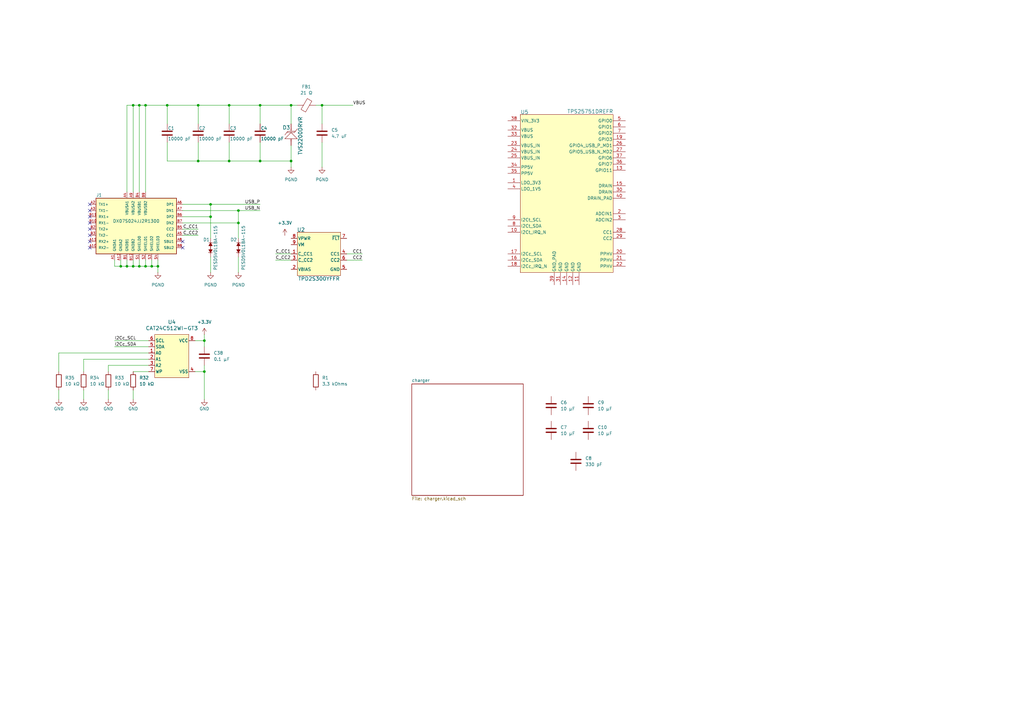
<source format=kicad_sch>
(kicad_sch (version 20250114) (generator "eeschema") (generator_version "9.0")
  (paper "A3")
  (title_block (title "Van Cooldown") (date "2025-06-27") (rev "0.0.1") (company "Fabien Meyer"))
  (lib_symbols
    (symbol "Device:C" (pin_numbers (hide yes)) (pin_names (offset 0.254))
      (property "Reference" "C" (at 0.635 2.54 0))
      (property "Value" "C" (at 0.635 -2.54 0))
      (symbol "C_0_1"
        (polyline (pts (xy -2.032 0.762) (xy 2.032 0.762)) (stroke (width 0.508)))
        (polyline (pts (xy -2.032 -0.762) (xy 2.032 -0.762)) (stroke (width 0.508)))
      )
      (symbol "C_1_1"
        (pin passive line (at 0 3.81 270) (length 2.794) (name "~") (number "1"))
        (pin passive line (at 0 -3.81 90) (length 2.794) (name "~") (number "2"))
      )
    )
    (symbol "Device:FerriteBead" (pin_numbers (hide yes)) (pin_names (offset 0))
      (property "Reference" "FB" (at -3.81 0.635 90))
      (property "Value" "FerriteBead" (at 3.81 0 90))
      (symbol "FerriteBead_0_1"
        (polyline (pts (xy -2.7686 0.4064) (xy -1.7018 2.2606) (xy 2.7686 -0.3048) (xy 1.6764 -2.159) (xy -2.7686 0.4064)))
        (polyline (pts (xy 0 1.27) (xy 0 1.2954)))
        (polyline (pts (xy 0 -1.27) (xy 0 -1.2192)))
      )
      (symbol "FerriteBead_1_1"
        (pin passive line (at 0 3.81 270) (length 2.54) (name "~") (number "1"))
        (pin passive line (at 0 -3.81 90) (length 2.54) (name "~") (number "2"))
      )
    )
    (symbol "Device:R" (pin_numbers (hide yes)) (pin_names (offset 0))
      (property "Reference" "R" (at 2.032 0 90))
      (property "Value" "R" (at 0 0 90))
      (symbol "R_0_1"
        (rectangle (start -1.016 -2.54) (end 1.016 2.54) (stroke (width 0.254)))
      )
      (symbol "R_1_1"
        (pin passive line (at 0 3.81 270) (length 1.27) (name "~") (number "1"))
        (pin passive line (at 0 -3.81 90) (length 1.27) (name "~") (number "2"))
      )
    )
    (symbol "PESD5V0L1BA-115_1" (pin_numbers (hide yes)) (pin_names (offset 1.016) (hide yes))
      (property "Reference" "D" (at -1.778 1.524 0))
      (property "Value" "PESD5V0L1BA-115" (at -9.144 -2.54 0))
      (symbol "PESD5V0L1BA-115_1_0_0"
        (polyline (pts (xy -2.54 0) (xy 2.54 0)) (stroke (width 0.1524)))
        (polyline (pts (xy -2.032 0) (xy -0.762 0.762) (xy -0.762 -0.762) (xy -2.032 0)) (stroke (width 0.1524)) (fill (type outline)))
        (polyline (pts (xy 0.762 0) (xy -1.27 0)) (stroke (width 0.1524)))
        (polyline (pts (xy 2.032 0) (xy 0.762 -0.762) (xy 0.762 0.762) (xy 2.032 0)) (stroke (width 0.1524)) (fill (type outline)))
        (pin passive line (at -3.81 0 0) (length 1.27) (name "~") (number "1"))
        (pin passive line (at 3.81 0 180) (length 1.27) (name "~") (number "2"))
      )
      (symbol "PESD5V0L1BA-115_1_0_1"
        (polyline (pts (xy -1.778 0.762) (xy -2.032 0.762) (xy -2.032 -0.635) (xy -2.032 -0.762)))
        (polyline (pts (xy 1.778 -0.762) (xy 2.032 -0.762) (xy 2.032 0.635) (xy 2.032 0.762)))
      )
    )
    (symbol "power:+3.3V" (power) (pin_numbers (hide yes)) (pin_names (offset 0) (hide yes))
      (property "Value" "+3.3V" (at 0 3.556 0))
      (symbol "+3.3V_0_1"
        (polyline (pts (xy -0.762 1.27) (xy 0 2.54)))
        (polyline (pts (xy 0 2.54) (xy 0.762 1.27)))
        (polyline (pts (xy 0 0) (xy 0 2.54)))
      )
      (symbol "+3.3V_1_1"
        (pin power_in line (at 0 0 90) (length 0) (name "~") (number "1"))
      )
    )
    (symbol "power:GND1" (power) (pin_numbers (hide yes)) (pin_names (offset 0) (hide yes))
      (property "Value" "GND1" (at 0 -3.81 0))
      (symbol "GND1_0_1"
        (polyline (pts (xy 0 0) (xy 0 -1.27) (xy 1.27 -1.27) (xy 0 -2.54) (xy -1.27 -1.27) (xy 0 -1.27)))
      )
      (symbol "GND1_1_1"
        (pin power_in line (at 0 0 270) (length 0) (name "~") (number "1"))
      )
    )
    (symbol "van-cooldown:CAT24C512WI-GT3" (pin_names (offset 0.254))
      (property "Reference" "U" (at 3.302 3.556 0))
      (property "Value" "CAT24C512WI-GT3" (at 9.398 -16.51 0))
      (symbol "CAT24C512WI-GT3_0_1"
        (pin input line (at 0 0 0) (length 2.54) (name "SCL") (number "6"))
        (pin input line (at 0 -5.08 0) (length 2.54) (name "A0") (number "1"))
        (pin input line (at 0 -7.62 0) (length 2.54) (name "A1") (number "2"))
        (pin input line (at 0 -10.16 0) (length 2.54) (name "A2") (number "3"))
        (pin input line (at 0 -12.7 0) (length 2.54) (name "WP") (number "7"))
        (pin power_in line (at 19.05 0 180) (length 2.54) (name "VCC") (number "8"))
        (pin power_in line (at 19.05 -12.7 180) (length 2.54) (name "VSS") (number "4"))
      )
      (symbol "CAT24C512WI-GT3_1_1"
        (rectangle (start 2.54 2.54) (end 16.51 -15.24) (fill (type color) (color 255 255 194 1)))
        (pin bidirectional line (at 0 -2.54 0) (length 2.54) (name "SDA") (number "5"))
      )
    )
    (symbol "van-cooldown:DX07S024JJ2R1300" (pin_names (offset 1.016))
      (property "Reference" "J1" (at -15.24 19.05 0))
      (property "Value" "DX07S024JJ2R1300" (at 0 8.382 0))
      (symbol "DX07S024JJ2R1300_0_0"
        (rectangle (start -16.51 17.78) (end 16.51 -5.08) (stroke (width 0.254)) (fill (type background)))
        (pin bidirectional line (at -19.05 15.24 0) (length 2.54) (name "TX1+") (number "A2"))
        (pin bidirectional line (at -19.05 12.7 0) (length 2.54) (name "TX1-") (number "A3"))
        (pin bidirectional line (at -19.05 10.16 0) (length 2.54) (name "RX1+") (number "B11"))
        (pin bidirectional line (at -19.05 7.62 0) (length 2.54) (name "RX1-") (number "B10"))
        (pin bidirectional line (at -19.05 5.08 0) (length 2.54) (name "TX2+") (number "B2"))
        (pin bidirectional line (at -19.05 2.54 0) (length 2.54) (name "TX2-") (number "B3"))
        (pin bidirectional line (at -19.05 0 0) (length 2.54) (name "RX2+") (number "A11"))
        (pin bidirectional line (at -19.05 -2.54 0) (length 2.54) (name "RX2-") (number "A10"))
        (pin power_in line (at -8.89 -7.62 90) (length 2.54) (name "GNDA1") (number "A1"))
        (pin power_in line (at -6.35 -7.62 90) (length 2.54) (name "GNDA2") (number "A12"))
        (pin power_in line (at -3.81 20.32 270) (length 2.54) (name "VBUSA1") (number "A4"))
        (pin power_in line (at -3.81 -7.62 90) (length 2.54) (name "GNDB1") (number "B1"))
        (pin power_in line (at -1.27 20.32 270) (length 2.54) (name "VBUSA2") (number "A9"))
        (pin power_in line (at -1.27 -7.62 90) (length 2.54) (name "GNDB2") (number "B12"))
        (pin power_in line (at 1.27 20.32 270) (length 2.54) (name "VBUSB1") (number "B4"))
        (pin power_in line (at 3.81 20.32 270) (length 2.54) (name "VBUSB2") (number "B9"))
        (pin bidirectional line (at 19.05 5.08 180) (length 2.54) (name "CC2") (number "B5"))
        (pin bidirectional line (at 19.05 2.54 180) (length 2.54) (name "CC1") (number "A5"))
        (pin bidirectional line (at 19.05 0 180) (length 2.54) (name "SBU1") (number "A8"))
        (pin bidirectional line (at 19.05 -2.54 180) (length 2.54) (name "SBU2") (number "B8"))
      )
      (symbol "DX07S024JJ2R1300_1_0"
        (pin passive line (at 1.27 -7.62 90) (length 2.54) (name "SHIELD0") (number "S1"))
        (pin passive line (at 3.81 -7.62 90) (length 2.54) (name "SHIELD1") (number "S2"))
        (pin passive line (at 6.35 -7.62 90) (length 2.54) (name "SHIELD2") (number "S3"))
        (pin passive line (at 8.89 -7.62 90) (length 2.54) (name "SHIELD3") (number "S4"))
        (pin bidirectional line (at 19.05 15.24 180) (length 2.54) (name "DP1") (number "A6"))
        (pin bidirectional line (at 19.05 12.7 180) (length 2.54) (name "DN1") (number "A7"))
        (pin bidirectional line (at 19.05 10.16 180) (length 2.54) (name "DP2") (number "B6"))
        (pin bidirectional line (at 19.05 7.62 180) (length 2.54) (name "DN2") (number "B7"))
      )
    )
    (symbol "van-cooldown:PESD5V0L1BA-115" (pin_numbers (hide yes)) (pin_names (offset 1.016) (hide yes))
      (property "Reference" "D" (at -1.778 1.524 0))
      (property "Value" "PESD5V0L1BA-115" (at -9.144 -2.54 0))
      (symbol "PESD5V0L1BA-115_0_0"
        (polyline (pts (xy -2.54 0) (xy 2.54 0)) (stroke (width 0.1524)))
        (polyline (pts (xy -2.032 0) (xy -0.762 0.762) (xy -0.762 -0.762) (xy -2.032 0)) (stroke (width 0.1524)) (fill (type outline)))
        (polyline (pts (xy 0.762 0) (xy -1.27 0)) (stroke (width 0.1524)))
        (polyline (pts (xy 2.032 0) (xy 0.762 -0.762) (xy 0.762 0.762) (xy 2.032 0)) (stroke (width 0.1524)) (fill (type outline)))
        (pin passive line (at -3.81 0 0) (length 1.27) (name "~") (number "1"))
        (pin passive line (at 3.81 0 180) (length 1.27) (name "~") (number "2"))
      )
      (symbol "PESD5V0L1BA-115_0_1"
        (polyline (pts (xy -1.778 0.762) (xy -2.032 0.762) (xy -2.032 -0.635) (xy -2.032 -0.762)))
        (polyline (pts (xy 1.778 -0.762) (xy 2.032 -0.762) (xy 2.032 0.635) (xy 2.032 0.762)))
      )
    )
    (symbol "van-cooldown:TPD2S300YFFR" (pin_names (offset 0.254))
      (property "Reference" "U" (at -8.128 11.43 0))
      (property "Value" "TPD2S300YFFR" (at -0.254 -9.144 0))
      (symbol "TPD2S300YFFR_0_1"
        (pin power_in line (at -11.43 7.62 0) (length 2.54) (name "VPWR") (number "8"))
        (pin input line (at -11.43 5.08 0) (length 2.54) (name "VM") (number "9"))
        (pin power_in line (at -11.43 -5.08 0) (length 2.54) (name "VBIAS") (number "2"))
        (pin power_in line (at 11.43 -5.08 180) (length 2.54) (name "GND") (number "5"))
      )
      (symbol "TPD2S300YFFR_1_1"
        (rectangle (start -8.89 10.16) (end 8.89 -7.62) (fill (type color) (color 255 255 194 1)))
        (pin bidirectional line (at -11.43 1.27 0) (length 2.54) (name "C_CC1") (number "1"))
        (pin bidirectional line (at -11.43 -1.27 0) (length 2.54) (name "C_CC2") (number "3"))
        (pin open_collector line (at 11.43 7.62 180) (length 2.54) (name "~{FLT}") (number "7"))
        (pin bidirectional line (at 11.43 1.27 180) (length 2.54) (name "CC1") (number "4"))
        (pin bidirectional line (at 11.43 -1.27 180) (length 2.54) (name "CC2") (number "6"))
      )
    )
    (symbol "van-cooldown:TPS25751DREFR" (pin_names (offset 0.254))
      (property "Reference" "U" (at 5.842 3.556 0))
      (property "Value" "TPS25751DREFR" (at 33.782 3.81 0))
      (symbol "TPS25751DREFR_0_1"
        (pin unspecified line (at 0 -25.4 0) (length 5.08) (name "LDO_3V3") (number "1"))
        (pin unspecified line (at 0 -27.94 0) (length 5.08) (name "LDO_1V5") (number "4"))
        (pin input line (at 0 -40.64 0) (length 5.08) (name "I2Ct_SCL") (number "9"))
        (pin bidirectional line (at 0 -43.18 0) (length 5.08) (name "I2Ct_SDA") (number "8"))
        (pin output line (at 0 -45.72 0) (length 5.08) (name "I2Ct_IRQ_N") (number "10"))
        (pin power_in line (at 24.13 -67.31 90) (length 5.08) (name "GND") (number "14"))
        (pin power_in line (at 26.67 -67.31 90) (length 5.08) (name "GND") (number "12"))
        (pin power_in line (at 29.21 -67.31 90) (length 5.08) (name "GND") (number "11"))
        (pin bidirectional line (at 48.26 0 180) (length 5.08) (name "GPIO0") (number "5"))
        (pin bidirectional line (at 48.26 -2.54 180) (length 5.08) (name "GPIO1") (number "6"))
        (pin bidirectional line (at 48.26 -5.08 180) (length 5.08) (name "GPIO2") (number "7"))
        (pin unspecified line (at 48.26 -38.1 180) (length 5.08) (name "ADCIN1") (number "2"))
        (pin unspecified line (at 48.26 -40.64 180) (length 5.08) (name "ADCIN2") (number "3"))
      )
      (symbol "TPS25751DREFR_1_1"
        (rectangle (start 5.08 2.54) (end 43.18 -62.23) (fill (type color) (color 255 255 194 1)))
        (pin power_in line (at 0 0 0) (length 5.08) (name "VIN_3V3") (number "38"))
        (pin power_in line (at 0 -3.81 0) (length 5.08) (name "VBUS") (number "32"))
        (pin power_in line (at 0 -6.35 0) (length 5.08) (name "VBUS") (number "33"))
        (pin power_in line (at 0 -10.16 0) (length 5.08) (name "VBUS_IN") (number "23"))
        (pin power_in line (at 0 -12.7 0) (length 5.08) (name "VBUS_IN") (number "24"))
        (pin power_in line (at 0 -15.24 0) (length 5.08) (name "VBUS_IN") (number "25"))
        (pin power_in line (at 0 -19.05 0) (length 5.08) (name "PP5V") (number "34"))
        (pin power_in line (at 0 -21.59 0) (length 5.08) (name "PP5V") (number "35"))
        (pin input line (at 0 -54.61 0) (length 5.08) (name "I2Cc_SCL") (number "17"))
        (pin bidirectional line (at 0 -57.15 0) (length 5.08) (name "I2Cc_SDA") (number "16"))
        (pin output line (at 0 -59.69 0) (length 5.08) (name "I2Cc_IRQ_N") (number "18"))
        (pin power_in line (at 19.05 -67.31 90) (length 5.08) (name "GND_PAD") (number "39"))
        (pin power_in line (at 21.59 -67.31 90) (length 5.08) (name "GND") (number "31"))
        (pin bidirectional line (at 48.26 -7.62 180) (length 5.08) (name "GPIO3") (number "19"))
        (pin bidirectional line (at 48.26 -10.16 180) (length 5.08) (name "GPIO4_USB_P_MD1") (number "26"))
        (pin bidirectional line (at 48.26 -12.7 180) (length 5.08) (name "GPIO5_USB_N_MD2") (number "27"))
        (pin bidirectional line (at 48.26 -15.24 180) (length 5.08) (name "GPIO6") (number "37"))
        (pin bidirectional line (at 48.26 -17.78 180) (length 5.08) (name "GPIO7") (number "36"))
        (pin bidirectional line (at 48.26 -20.32 180) (length 5.08) (name "GPIO11") (number "13"))
        (pin bidirectional line (at 48.26 -26.67 180) (length 5.08) (name "DRAIN") (number "15"))
        (pin bidirectional line (at 48.26 -29.21 180) (length 5.08) (name "DRAIN") (number "30"))
        (pin bidirectional line (at 48.26 -31.75 180) (length 5.08) (name "DRAIN_PAD") (number "40"))
        (pin unspecified line (at 48.26 -45.72 180) (length 5.08) (name "CC1") (number "28"))
        (pin unspecified line (at 48.26 -48.26 180) (length 5.08) (name "CC2") (number "29"))
        (pin power_in line (at 48.26 -54.61 180) (length 5.08) (name "PPHV") (number "20"))
        (pin power_in line (at 48.26 -57.15 180) (length 5.08) (name "PPHV") (number "21"))
        (pin power_in line (at 48.26 -59.69 180) (length 5.08) (name "PPHV") (number "22"))
      )
    )
    (symbol "van-cooldown:TVS2200DRVR" (pin_numbers (hide yes)) (pin_names (offset 0.254) (hide yes))
      (property "Reference" "D" (at -4.572 3.81 0))
      (property "Value" "TVS2200DRVR" (at 0 -3.81 0))
      (symbol "TVS2200DRVR_0_1"
        (polyline (pts (xy -2.032 1.778) (xy -2.032 0)) (stroke (width 0.1524)))
        (polyline (pts (xy -2.032 0) (xy -3.048 0)) (stroke (width 0.1524)))
        (polyline (pts (xy -2.032 0) (xy -2.032 -1.397)) (stroke (width 0.1524)))
        (polyline (pts (xy -2.032 -1.397) (xy -0.508 -2.54)) (stroke (width 0.1524)))
        (polyline (pts (xy -1.524 1.397) (xy -3.048 2.54)) (stroke (width 0.1524)))
        (polyline (pts (xy -1.524 0) (xy -1.524 1.397)) (stroke (width 0.1524)))
        (polyline (pts (xy -1.524 0) (xy 1.016 -2.54)) (stroke (width 0.1524)))
        (polyline (pts (xy -1.524 -1.778) (xy -1.524 0)) (stroke (width 0.1524)))
        (polyline (pts (xy 1.016 2.54) (xy -1.524 0)) (stroke (width 0.1524)))
        (polyline (pts (xy 1.016 -2.54) (xy 1.016 2.54)) (stroke (width 0.1524)))
        (polyline (pts (xy 2.032 0) (xy 1.016 0)) (stroke (width 0.1524)))
      )
      (symbol "TVS2200DRVR_1_1"
        (pin unspecified line (at -5.08 0 0) (length 2.54) (name "IN") (number "4"))
        (pin unspecified line (at -5.08 0 0) (length 2.54) (hide yes) (name "IN") (number "5"))
        (pin unspecified line (at -5.08 0 0) (length 2.54) (hide yes) (name "IN") (number "6"))
        (pin unspecified line (at 3.81 0 180) (length 2.54) (name "GND") (number "1"))
        (pin unspecified line (at 3.81 0 180) (length 2.54) (hide yes) (name "GND") (number "2"))
        (pin unspecified line (at 3.81 0 180) (length 2.54) (hide yes) (name "GND") (number "3"))
        (pin unspecified line (at 3.81 0 180) (length 2.54) (hide yes) (name "PAD") (number "7"))
      )
    )
  )
  (junction (at 132.08 43.18))
  (junction (at 81.28 43.18))
  (junction (at 57.15 109.22))
  (junction (at 97.79 91.44))
  (junction (at 59.69 43.18))
  (junction (at 81.28 66.04))
  (junction (at 119.38 43.18))
  (junction (at 83.82 139.7))
  (junction (at 62.23 109.22))
  (junction (at 57.15 43.18))
  (junction (at 54.61 43.18))
  (junction (at 52.07 109.22))
  (junction (at 49.53 109.22))
  (junction (at 54.61 109.22))
  (junction (at 68.58 43.18))
  (junction (at 86.36 88.9))
  (junction (at 119.38 66.04))
  (junction (at 93.98 66.04))
  (junction (at 106.68 66.04))
  (junction (at 93.98 43.18))
  (junction (at 106.68 43.18))
  (junction (at 97.79 86.36))
  (junction (at 59.69 109.22))
  (junction (at 86.36 83.82))
  (junction (at 83.82 152.4))
  (junction (at 64.77 109.22))
  (no_connect (at 36.83 88.9))
  (no_connect (at 36.83 86.36))
  (no_connect (at 36.83 93.98))
  (no_connect (at 74.93 99.06))
  (no_connect (at 36.83 101.6))
  (no_connect (at 36.83 91.44))
  (no_connect (at 74.93 101.6))
  (no_connect (at 36.83 99.06))
  (no_connect (at 36.83 83.82))
  (no_connect (at 36.83 96.52))
  (wire (pts (xy 86.36 83.82) (xy 86.36 88.9)))
  (wire (pts (xy 46.99 106.68) (xy 46.99 109.22)))
  (wire (pts (xy 119.38 59.69) (xy 119.38 66.04)))
  (wire (pts (xy 68.58 43.18) (xy 81.28 43.18)))
  (wire (pts (xy 54.61 78.74) (xy 54.61 43.18)))
  (wire (pts (xy 46.99 109.22) (xy 49.53 109.22)))
  (wire (pts (xy 106.68 66.04) (xy 119.38 66.04)))
  (wire (pts (xy 106.68 43.18) (xy 93.98 43.18)))
  (wire (pts (xy 34.29 152.4) (xy 34.29 147.32)))
  (wire (pts (xy 81.28 93.98) (xy 74.93 93.98)))
  (wire (pts (xy 59.69 78.74) (xy 59.69 43.18)))
  (wire (pts (xy 52.07 78.74) (xy 52.07 43.18)))
  (wire (pts (xy 86.36 83.82) (xy 106.68 83.82)))
  (wire (pts (xy 97.79 91.44) (xy 97.79 97.79)))
  (wire (pts (xy 59.69 106.68) (xy 59.69 109.22)))
  (wire (pts (xy 74.93 86.36) (xy 97.79 86.36)))
  (wire (pts (xy 81.28 58.42) (xy 81.28 66.04)))
  (wire (pts (xy 119.38 43.18) (xy 106.68 43.18)))
  (wire (pts (xy 59.69 109.22) (xy 62.23 109.22)))
  (wire (pts (xy 106.68 43.18) (xy 106.68 50.8)))
  (wire (pts (xy 132.08 50.8) (xy 132.08 43.18)))
  (wire (pts (xy 83.82 163.83) (xy 83.82 152.4)))
  (wire (pts (xy 86.36 105.41) (xy 86.36 111.76)))
  (wire (pts (xy 132.08 43.18) (xy 144.78 43.18)))
  (wire (pts (xy 34.29 160.02) (xy 34.29 163.83)))
  (wire (pts (xy 119.38 68.58) (xy 119.38 66.04)))
  (wire (pts (xy 83.82 137.16) (xy 83.82 139.7)))
  (wire (pts (xy 24.13 144.78) (xy 24.13 152.4)))
  (wire (pts (xy 54.61 106.68) (xy 54.61 109.22)))
  (wire (pts (xy 97.79 105.41) (xy 97.79 111.76)))
  (wire (pts (xy 148.59 104.14) (xy 142.24 104.14)))
  (wire (pts (xy 62.23 106.68) (xy 62.23 109.22)))
  (wire (pts (xy 68.58 43.18) (xy 68.58 50.8)))
  (wire (pts (xy 81.28 96.52) (xy 74.93 96.52)))
  (wire (pts (xy 57.15 109.22) (xy 59.69 109.22)))
  (wire (pts (xy 68.58 66.04) (xy 68.58 58.42)))
  (wire (pts (xy 57.15 78.74) (xy 57.15 43.18)))
  (wire (pts (xy 24.13 160.02) (xy 24.13 163.83)))
  (wire (pts (xy 148.59 106.68) (xy 142.24 106.68)))
  (wire (pts (xy 59.69 43.18) (xy 68.58 43.18)))
  (wire (pts (xy 93.98 58.42) (xy 93.98 66.04)))
  (wire (pts (xy 46.99 142.24) (xy 60.96 142.24)))
  (wire (pts (xy 83.82 139.7) (xy 80.01 139.7)))
  (wire (pts (xy 60.96 149.86) (xy 44.45 149.86)))
  (wire (pts (xy 52.07 43.18) (xy 54.61 43.18)))
  (wire (pts (xy 80.01 152.4) (xy 83.82 152.4)))
  (wire (pts (xy 74.93 83.82) (xy 86.36 83.82)))
  (wire (pts (xy 44.45 149.86) (xy 44.45 152.4)))
  (wire (pts (xy 74.93 88.9) (xy 86.36 88.9)))
  (wire (pts (xy 62.23 109.22) (xy 64.77 109.22)))
  (wire (pts (xy 81.28 43.18) (xy 93.98 43.18)))
  (wire (pts (xy 93.98 66.04) (xy 106.68 66.04)))
  (wire (pts (xy 34.29 147.32) (xy 60.96 147.32)))
  (wire (pts (xy 97.79 86.36) (xy 97.79 91.44)))
  (wire (pts (xy 106.68 58.42) (xy 106.68 66.04)))
  (wire (pts (xy 93.98 43.18) (xy 93.98 50.8)))
  (wire (pts (xy 74.93 91.44) (xy 97.79 91.44)))
  (wire (pts (xy 57.15 43.18) (xy 59.69 43.18)))
  (wire (pts (xy 54.61 160.02) (xy 54.61 163.83)))
  (wire (pts (xy 54.61 109.22) (xy 57.15 109.22)))
  (wire (pts (xy 46.99 139.7) (xy 60.96 139.7)))
  (wire (pts (xy 49.53 106.68) (xy 49.53 109.22)))
  (wire (pts (xy 119.38 43.18) (xy 121.92 43.18)))
  (wire (pts (xy 83.82 142.24) (xy 83.82 139.7)))
  (wire (pts (xy 49.53 109.22) (xy 52.07 109.22)))
  (wire (pts (xy 97.79 86.36) (xy 106.68 86.36)))
  (wire (pts (xy 83.82 152.4) (xy 83.82 149.86)))
  (wire (pts (xy 119.38 50.8) (xy 119.38 43.18)))
  (wire (pts (xy 54.61 152.4) (xy 60.96 152.4)))
  (wire (pts (xy 60.96 144.78) (xy 24.13 144.78)))
  (wire (pts (xy 86.36 88.9) (xy 86.36 97.79)))
  (wire (pts (xy 113.03 106.68) (xy 119.38 106.68)))
  (wire (pts (xy 52.07 109.22) (xy 54.61 109.22)))
  (wire (pts (xy 57.15 106.68) (xy 57.15 109.22)))
  (wire (pts (xy 54.61 43.18) (xy 57.15 43.18)))
  (wire (pts (xy 81.28 66.04) (xy 68.58 66.04)))
  (wire (pts (xy 44.45 160.02) (xy 44.45 163.83)))
  (wire (pts (xy 81.28 66.04) (xy 93.98 66.04)))
  (wire (pts (xy 64.77 106.68) (xy 64.77 109.22)))
  (wire (pts (xy 52.07 106.68) (xy 52.07 109.22)))
  (wire (pts (xy 132.08 43.18) (xy 129.54 43.18)))
  (wire (pts (xy 132.08 68.58) (xy 132.08 58.42)))
  (wire (pts (xy 64.77 109.22) (xy 64.77 111.76)))
  (wire (pts (xy 113.03 104.14) (xy 119.38 104.14)))
  (wire (pts (xy 81.28 43.18) (xy 81.28 50.8)))
  (label "USB_N" (at 106.68 86.36 180))
  (label "C_CC2" (at 113.03 106.68 0))
  (label "I2Cc_SDA" (at 46.99 142.24 0))
  (label "I2Cc_SCL" (at 46.99 139.7 0))
  (label "CC2" (at 148.59 106.68 180))
  (label "USB_P" (at 106.68 83.82 180))
  (label "C_CC1" (at 113.03 104.14 0))
  (label "C_CC2" (at 81.28 96.52 180))
  (label "C_CC1" (at 81.28 93.98 180))
  (label "VBUS" (at 144.78 43.18 0))
  (label "CC1" (at 148.59 104.14 180))
  (symbol (lib_id "power:GND1") (at 44.45 163.83 0) (unit 1)
    (property "Reference" "#PWR08" (effects (hide yes)))
    (property "Value" "GND" (at 44.45 167.64 0))
    (property "Description" "Power symbol creates a global label with name \"GND1\" , ground" (effects (hide yes)))
  )
  (symbol (lib_id "power:GND1") (at 97.79 111.76 0) (unit 1)
    (property "Reference" "#PWR03" (effects (hide yes)))
    (property "Value" "PGND" (at 97.79 116.84 0))
    (property "Description" "Power symbol creates a global label with name \"GND1\" , ground" (effects (hide yes)))
  )
  (symbol (lib_id "Device:R") (at 54.61 156.21 0) (unit 1)
    (property "Reference" "R32" (at 57.15 154.9399 0) (effects (justify left)))
    (property "Value" "10 kΩ" (at 57.15 157.4799 0) (effects (justify left)))
    (property "Footprint" "Resistor_SMD:R_0402_1005Metric" (effects (hide yes)))
    (property "Datasheet" "https://www.vishay.com/docs/20035/dcrcwe3.pdf" (effects (hide yes)))
    (property "Description" "10 kOhms ±1% 0.1W, 1/10W Chip Resistor 0402 (1005 Metric) Automotive AEC-Q200 Thick Film" (effects (hide yes)))
    (property "DigiKey Part Number" "541-10.0KLCT-ND" (effects (hide yes)))
    (property "DigiKey url" "https://www.digikey.ch/en/products/detail/vishay-dale/CRCW040210K0FKED/1178121" (effects (hide yes)))
    (property "Manufacturer" "Vishay-Dale" (effects (hide yes)))
    (property "Manufacturer Product Number" "CRCW040210K0FKED" (effects (hide yes)))
  )
  (symbol (lib_id "Device:C") (at 236.22 189.23 0) (unit 1)
    (property "Reference" "C8" (at 240.03 187.9599 0) (effects (justify left)))
    (property "Value" "330 pF" (at 240.03 190.4999 0) (effects (justify left)))
    (property "Footprint" "Capacitor_SMD:C_0603_1608Metric" (effects (hide yes)))
    (property "Datasheet" "https://product.tdk.com/system/files/dam/doc/product/capacitor/ceramic/mlcc/catalog/mlcc_automotive_general_en.pdf" (effects (hide yes)))
    (property "Description" "330 pF ±10% 50V Ceramic Capacitor X7R 0201 (0603 Metric)" (effects (hide yes)))
    (property "DigiKey Part Number" "445-12111-1-ND" (effects (hide yes)))
    (property "DigiKey url" "https://www.digikey.ch/en/products/detail/tdk-corporation/CGA1A2X7R1H331K030BA/3949347?s=N4IgTCBcDaIMIHECCBGJYAaB2ASigEgMyEoDSADIeQEJIgC6AvkA" (effects (hide yes)))
    (property "Manufacturer" "TDK Corporation" (effects (hide yes)))
    (property "Manufacturer Product Number" "CGA1A2X7R1H331K030BA" (effects (hide yes)))
  )
  (symbol (lib_id "power:+3.3V") (at 83.82 137.16 0) (unit 1)
    (property "Reference" "#PWR011" (effects (hide yes)))
    (property "Value" "+3.3V" (at 83.82 132.08 0))
    (property "Description" "Power symbol creates a global label with name \"+3.3V\"" (effects (hide yes)))
  )
  (symbol (lib_id "van-cooldown:TPD2S300YFFR") (at 130.81 105.41 0) (unit 1)
    (property "Reference" "U2" (at 123.444 94.234 0) (effects (font (size 1.524 1.524))))
    (property "Value" "TPD2S300YFFR" (at 130.81 114.3 0) (effects (font (size 1.524 1.524))))
    (property "Footprint" "van-cooldown:IC_TPD2S300YFFR" (effects (hide yes)))
    (property "Datasheet" "https://www.ti.com/general/docs/suppproductinfo.tsp?distId=10&gotoUrl=https%3A%2F%2Fwww.ti.com%2Flit%2Fgpn%2Ftpd2s300" (effects (hide yes)))
    (property "Description" "IC OVERVOLTAGE PROT CTRL 9DSBGA" (effects (hide yes)))
    (property "DigiKey Part Number" "296-50034-1-ND" (effects (hide yes)))
    (property "DigiKey url" "https://www.digikey.ch/en/products/detail/texas-instruments/TPD2S300YFFR/7244180" (effects (hide yes)))
    (property "Manufacturer" "Texas Instruments" (effects (hide yes)))
    (property "Manufacturer Product Number" "TPD2S300YFFR" (effects (hide yes)))
  )
  (symbol (lib_id "power:GND1") (at 34.29 163.83 0) (unit 1)
    (property "Reference" "#PWR06" (effects (hide yes)))
    (property "Value" "GND" (at 34.29 167.64 0))
    (property "Description" "Power symbol creates a global label with name \"GND1\" , ground" (effects (hide yes)))
  )
  (symbol (lib_id "power:GND1") (at 64.77 111.76 0) (unit 1)
    (property "Reference" "#PWR01" (effects (hide yes)))
    (property "Value" "PGND" (at 64.77 116.84 0))
    (property "Description" "Power symbol creates a global label with name \"GND1\" , ground" (effects (hide yes)))
  )
  (symbol (lib_id "Device:FerriteBead") (at 125.73 43.18 90) (unit 1)
    (property "Reference" "FB1" (at 125.6792 35.56 90))
    (property "Value" "21 Ω" (at 125.6792 38.1 90))
    (property "Footprint" "Inductor_SMD:L_0805_2012Metric" (effects (hide yes)))
    (property "Datasheet" "https://mm.digikey.com/Volume0/opasdata/d220001/medias/docus/3657/FBMJ2125HM210NT_SS.pdf" (effects (hide yes)))
    (property "Description" "21 Ohms @ 100 MHz 1 Power Line Ferrite Bead 0805 (2012 Metric) 6A 4mOhm" (effects (hide yes)))
    (property "DigiKey Part Number" "587-1765-1-ND" (effects (hide yes)))
    (property "DigiKey url" "https://www.digikey.ch/en/products/detail/taiyo-yuden/FBMJ2125HM210NT/957831" (effects (hide yes)))
    (property "Manufacturer" "Taiyo Yuden" (effects (hide yes)))
    (property "Manufacturer Product Number" "FBMJ2125HM210NT" (effects (hide yes)))
  )
  (symbol (lib_id "Device:C") (at 93.98 54.61 0) (unit 1)
    (property "Reference" "C3" (at 94.234 52.578 0) (effects (justify left)))
    (property "Value" "10000 pF" (at 94.234 56.896 0) (effects (justify left)))
    (property "Footprint" "Capacitor_SMD:C_0402_1005Metric" (effects (hide yes)))
    (property "Datasheet" "https://search.kemet.com/download/datasheet/C0402C103J5RAC7867" (effects (hide yes)))
    (property "Description" "10000 pF ±5% 50V Ceramic Capacitor X7R 0402 (1005 Metric)" (effects (hide yes)))
    (property "DigiKey Part Number" "399-C0402C103J5RACTUCT-ND" (effects (hide yes)))
    (property "DigiKey url" "https://www.digikey.ch/en/products/detail/kemet/C0402C103J5RACTU/2196213?s=N4IgTCBcDaIMIAYAsCxwIwIMwCkCsASgIJwAqAqiALoC%2BQA" (effects (hide yes)))
    (property "Manufacturer" "KEMET" (effects (hide yes)))
    (property "Manufacturer Product Number" "C0402C103J5RACTU" (effects (hide yes)))
  )
  (symbol (lib_id "Device:C") (at 241.3 166.37 0) (unit 1)
    (property "Reference" "C9" (at 245.11 165.0999 0) (effects (justify left)))
    (property "Value" "10 µF" (at 245.11 167.6399 0) (effects (justify left)))
    (property "Footprint" "Capacitor_SMD:C_1206_3216Metric" (effects (hide yes)))
    (property "Datasheet" "https://mm.digikey.com/Volume0/opasdata/d220001/medias/docus/41/CL31B106KBHNNNE_Spec.pdf" (effects (hide yes)))
    (property "Description" "10 µF ±10% 50V Ceramic Capacitor X7R 1206 (3216 Metric)" (effects (hide yes)))
    (property "DigiKey Part Number" "1276-6767-1-ND" (effects (hide yes)))
    (property "DigiKey url" "https://www.digikey.ch/en/products/detail/samsung-electro-mechanics/CL31B106KBHNNNE/5961251?s=N4IgTCBcDaIMIBkDMBGAQigDANgNJoAkA5EgURAF0BfIA" (effects (hide yes)))
    (property "Manufacturer" "Samsung Electro-Mechanics" (effects (hide yes)))
    (property "Manufacturer Product Number" "CL31B106KBHNNNE" (effects (hide yes)))
  )
  (symbol (lib_id "Device:C") (at 241.3 176.53 0) (unit 1)
    (property "Reference" "C10" (at 245.11 175.2599 0) (effects (justify left)))
    (property "Value" "10 µF" (at 245.11 177.7999 0) (effects (justify left)))
    (property "Footprint" "Capacitor_SMD:C_1206_3216Metric" (effects (hide yes)))
    (property "Datasheet" "https://mm.digikey.com/Volume0/opasdata/d220001/medias/docus/41/CL31B106KBHNNNE_Spec.pdf" (effects (hide yes)))
    (property "Description" "10 µF ±10% 50V Ceramic Capacitor X7R 1206 (3216 Metric)" (effects (hide yes)))
    (property "DigiKey Part Number" "1276-6767-1-ND" (effects (hide yes)))
    (property "DigiKey url" "https://www.digikey.ch/en/products/detail/samsung-electro-mechanics/CL31B106KBHNNNE/5961251?s=N4IgTCBcDaIMIBkDMBGAQigDANgNJoAkA5EgURAF0BfIA" (effects (hide yes)))
    (property "Manufacturer" "Samsung Electro-Mechanics" (effects (hide yes)))
    (property "Manufacturer Product Number" "CL31B106KBHNNNE" (effects (hide yes)))
  )
  (symbol (lib_id "power:GND1") (at 83.82 163.83 0) (unit 1)
    (property "Reference" "#PWR010" (effects (hide yes)))
    (property "Value" "GND" (at 83.82 167.64 0))
    (property "Description" "Power symbol creates a global label with name \"GND1\" , ground" (effects (hide yes)))
  )
  (symbol (lib_name "PESD5V0L1BA-115_1") (lib_id "van-cooldown:PESD5V0L1BA-115") (at 97.79 101.6 270) (unit 1)
    (property "Reference" "D2" (at 94.488 98.298 90) (effects (justify left)))
    (property "Value" "PESD5V0L1BA-115" (at 99.822 92.456 0) (effects (justify left)))
    (property "Footprint" "Diode_SMD:D_SOD-323" (effects (hide yes)))
    (property "Datasheet" "https://assets.nexperia.com/documents/data-sheet/PESD5V0L1BA.pdf" (effects (hide yes)))
    (property "Description" "33V Clamp 15A (8/20µs) Ipp Tvs Diode Surface Mount SOD-323" (effects (hide yes)))
    (property "DigiKey Part Number" "1727-3833-1-ND" (effects (hide yes)))
    (property "DigiKey url" "https://www.digikey.ch/en/products/detail/nexperia-usa-inc/PESD5V0L1BA-115/1530839" (effects (hide yes)))
    (property "Manufacturer" "Nexperia USA Inc." (effects (hide yes)))
    (property "Manufacturer Product Number" "PESD5V0L1BA,115" (effects (hide yes)))
  )
  (symbol (lib_id "power:GND1") (at 24.13 163.83 0) (unit 1)
    (property "Reference" "#PWR07" (effects (hide yes)))
    (property "Value" "GND" (at 24.13 167.64 0))
    (property "Description" "Power symbol creates a global label with name \"GND1\" , ground" (effects (hide yes)))
  )
  (symbol (lib_id "Device:C") (at 81.28 54.61 0) (unit 1)
    (property "Reference" "C2" (at 81.534 52.578 0) (effects (justify left)))
    (property "Value" "10000 pF" (at 81.534 56.896 0) (effects (justify left)))
    (property "Footprint" "Capacitor_SMD:C_0402_1005Metric" (effects (hide yes)))
    (property "Datasheet" "https://search.kemet.com/download/datasheet/C0402C103J5RAC7867" (effects (hide yes)))
    (property "Description" "10000 pF ±5% 50V Ceramic Capacitor X7R 0402 (1005 Metric)" (effects (hide yes)))
    (property "DigiKey Part Number" "399-C0402C103J5RACTUCT-ND" (effects (hide yes)))
    (property "DigiKey url" "https://www.digikey.ch/en/products/detail/kemet/C0402C103J5RACTU/2196213?s=N4IgTCBcDaIMIAYAsCxwIwIMwCkCsASgIJwAqAqiALoC%2BQA" (effects (hide yes)))
    (property "Manufacturer" "KEMET" (effects (hide yes)))
    (property "Manufacturer Product Number" "C0402C103J5RACTU" (effects (hide yes)))
  )
  (symbol (lib_id "van-cooldown:TPS25751DREFR") (at 208.28 49.53 0) (unit 1)
    (property "Reference" "U5" (at 215.138 45.974 0) (effects (font (size 1.524 1.524))))
    (property "Value" "TPS25751DREFR" (at 242.062 45.72 0) (effects (font (size 1.524 1.524))))
    (property "Footprint" "van-cooldown:IC_TPS25751DREFR" (effects (hide yes)))
    (property "Datasheet" "https://www.ti.com/lit/gpn/tps25751" (effects (hide yes)))
    (property "Description" "USB, Type-C Controller PMIC 38-WQFN (4x6)" (effects (hide yes)))
    (property "DigiKey Part Number" "296-TPS25751DREFRCT-ND" (effects (hide yes)))
    (property "DigiKey url" "https://www.digikey.ch/en/products/detail/texas-instruments/TPS25751DREFR/23028775?s=N4IgTCBcDaICoAUDKYCsB2VBGAIgJQFEAxPEAXQF8g" (effects (hide yes)))
    (property "Manufacturer" "Texas Instruments" (effects (hide yes)))
    (property "Manufacturer Product Number" "TPS25751DREFR" (effects (hide yes)))
  )
  (symbol (lib_id "Device:C") (at 132.08 54.61 0) (unit 1)
    (property "Reference" "C5" (at 135.89 53.3399 0) (effects (justify left)))
    (property "Value" "4.7 uF" (at 135.89 55.8799 0) (effects (justify left)))
    (property "Footprint" "Capacitor_SMD:C_0805_2012Metric" (effects (hide yes)))
    (property "Datasheet" "https://search.murata.co.jp/Ceramy/image/img/A01X/G101/ENG/GRM21BR61H475KE51-01.pdf" (effects (hide yes)))
    (property "Description" "4.7 µF ±10% 50V Ceramic Capacitor X5R 0805 (2012 Metric)" (effects (hide yes)))
    (property "DigiKey Part Number" "490-10751-1-ND" (effects (hide yes)))
    (property "DigiKey url" "https://www.digikey.ch/en/products/detail/murata-electronics/GRM21BR61H475KE51L/4905540?s=N4IgTCBcDaIOICUCyYCMAhBA2VAJALAOwCsA0gKLGoAyIAugL5A" (effects (hide yes)))
    (property "Manufacturer" "Murata Electronics" (effects (hide yes)))
    (property "Manufacturer Product Number" "GRM21BR61H475KE51L" (effects (hide yes)))
  )
  (symbol (lib_id "power:GND1") (at 132.08 68.58 0) (unit 1)
    (property "Reference" "#PWR05" (effects (hide yes)))
    (property "Value" "PGND" (at 132.08 73.66 0))
    (property "Description" "Power symbol creates a global label with name \"GND1\" , ground" (effects (hide yes)))
  )
  (symbol (lib_id "van-cooldown:CAT24C512WI-GT3") (at 60.96 139.7 0) (unit 1)
    (property "Reference" "U4" (at 70.485 132.08 0) (effects (font (size 1.524 1.524))))
    (property "Value" "CAT24C512WI-GT3" (at 70.485 134.62 0) (effects (font (size 1.524 1.524))))
    (property "Footprint" "Package_SO:SOIC-8_5.3x6.2mm_P1.27mm" (effects (hide yes)))
    (property "Datasheet" "https://www.onsemi.com/pdf/datasheet/cat24c512-d.pdf" (effects (hide yes)))
    (property "Description" "EEPROM Memory IC 512Kbit I2C 1 MHz 900 ns 8-SOIC" (effects (hide yes)))
    (property "DigiKey Part Number" "CAT24C512WI-GT3OSCT-ND" (effects (hide yes)))
    (property "DigiKey url" "https://www.digikey.ch/en/products/detail/onsemi/CAT24C512WI-GT3/2683757" (effects (hide yes)))
    (property "Manufacturer" "onsemi" (effects (hide yes)))
    (property "Manufacturer Product Number" "CAT24C512WI-GT3" (effects (hide yes)))
  )
  (symbol (lib_id "Device:C") (at 226.06 176.53 0) (unit 1)
    (property "Reference" "C7" (at 229.87 175.2599 0) (effects (justify left)))
    (property "Value" "10 µF" (at 229.87 177.7999 0) (effects (justify left)))
    (property "Footprint" "Capacitor_SMD:C_1206_3216Metric" (effects (hide yes)))
    (property "Datasheet" "https://mm.digikey.com/Volume0/opasdata/d220001/medias/docus/41/CL31B106KBHNNNE_Spec.pdf" (effects (hide yes)))
    (property "Description" "10 µF ±10% 50V Ceramic Capacitor X7R 1206 (3216 Metric)" (effects (hide yes)))
    (property "DigiKey Part Number" "1276-6767-1-ND" (effects (hide yes)))
    (property "DigiKey url" "https://www.digikey.ch/en/products/detail/samsung-electro-mechanics/CL31B106KBHNNNE/5961251?s=N4IgTCBcDaIMIBkDMBGAQigDANgNJoAkA5EgURAF0BfIA" (effects (hide yes)))
    (property "Manufacturer" "Samsung Electro-Mechanics" (effects (hide yes)))
    (property "Manufacturer Product Number" "CL31B106KBHNNNE" (effects (hide yes)))
  )
  (symbol (lib_id "Device:C") (at 226.06 166.37 0) (unit 1)
    (property "Reference" "C6" (at 229.87 165.0999 0) (effects (justify left)))
    (property "Value" "10 µF" (at 229.87 167.6399 0) (effects (justify left)))
    (property "Footprint" "Capacitor_SMD:C_1206_3216Metric" (effects (hide yes)))
    (property "Datasheet" "https://mm.digikey.com/Volume0/opasdata/d220001/medias/docus/41/CL31B106KBHNNNE_Spec.pdf" (effects (hide yes)))
    (property "Description" "10 µF ±10% 50V Ceramic Capacitor X7R 1206 (3216 Metric)" (effects (hide yes)))
    (property "DigiKey Part Number" "1276-6767-1-ND" (effects (hide yes)))
    (property "DigiKey url" "https://www.digikey.ch/en/products/detail/samsung-electro-mechanics/CL31B106KBHNNNE/5961251?s=N4IgTCBcDaIMIBkDMBGAQigDANgNJoAkA5EgURAF0BfIA" (effects (hide yes)))
    (property "Manufacturer" "Samsung Electro-Mechanics" (effects (hide yes)))
    (property "Manufacturer Product Number" "CL31B106KBHNNNE" (effects (hide yes)))
  )
  (symbol (lib_id "van-cooldown:PESD5V0L1BA-115") (at 86.36 101.6 270) (unit 1)
    (property "Reference" "D1" (at 83.312 98.298 90) (effects (justify left)))
    (property "Value" "PESD5V0L1BA-115" (at 88.392 92.456 0) (effects (justify left)))
    (property "Footprint" "Diode_SMD:D_SOD-323" (effects (hide yes)))
    (property "Datasheet" "https://assets.nexperia.com/documents/data-sheet/PESD5V0L1BA.pdf" (effects (hide yes)))
    (property "Description" "33V Clamp 15A (8/20µs) Ipp Tvs Diode Surface Mount SOD-323" (effects (hide yes)))
    (property "DigiKey Part Number" "1727-3833-1-ND" (effects (hide yes)))
    (property "DigiKey url" "https://www.digikey.ch/en/products/detail/nexperia-usa-inc/PESD5V0L1BA-115/1530839" (effects (hide yes)))
    (property "Manufacturer" "Nexperia USA Inc." (effects (hide yes)))
    (property "Manufacturer Product Number" "PESD5V0L1BA,115" (effects (hide yes)))
  )
  (symbol (lib_id "van-cooldown:DX07S024JJ2R1300") (at 55.88 99.06 0) (unit 1)
    (property "Reference" "J1" (at 40.64 80.01 0))
    (property "Value" "DX07S024JJ2R1300" (at 55.88 90.678 0))
    (property "Footprint" "van-cooldown:J_DX07S024JJ2R1300" (effects (hide yes)))
    (property "Datasheet" "https://www.jae.com/direct/page/generatePDF/?file_nm=DX07S024JJ2R1300.pdf&orientation=portrait&no_cache=0&path=%2Fen%2Fconnectors%2Fseries%2Fdetail%2Fproduct%2Fid%3D66508%26type_code%3DT1010%26v=2020031910202910099709" (effects (hide yes)))
    (property "Description" "USB-C (USB TYPE-C) USB 3.2 Gen 2 (USB 3.1 Gen 2, Superspeed + (USB 3.1)) Receptacle Connector 24 Position Surface Mount, Right Angle; Through Hole" (effects (hide yes)))
    (property "DigiKey Part Number" "670-2794-1-ND" (effects (hide yes)))
    (property "DigiKey url" "https://www.digikey.ch/en/products/detail/jae-electronics/DX07S024JJ2R1300/5246067?s=N4IgTCBcDaICIA0AMB2AyksAWAUjsASgIwDMSSIAugL5A" (effects (hide yes)))
    (property "Manufacturer" "JAE Electronics" (effects (hide yes)))
    (property "Manufacturer Product Number" "DX07S024JJ2R1300" (effects (hide yes)))
  )
  (symbol (lib_id "Device:C") (at 68.58 54.61 0) (unit 1)
    (property "Reference" "C1" (at 68.834 52.578 0) (effects (justify left)))
    (property "Value" "10000 pF" (at 68.834 56.896 0) (effects (justify left)))
    (property "Footprint" "Capacitor_SMD:C_0402_1005Metric" (effects (hide yes)))
    (property "Datasheet" "https://search.kemet.com/download/datasheet/C0402C103J5RAC7867" (effects (hide yes)))
    (property "Description" "10000 pF ±5% 50V Ceramic Capacitor X7R 0402 (1005 Metric)" (effects (hide yes)))
    (property "DigiKey Part Number" "399-C0402C103J5RACTUCT-ND" (effects (hide yes)))
    (property "DigiKey url" "https://www.digikey.ch/en/products/detail/kemet/C0402C103J5RACTU/2196213?s=N4IgTCBcDaIMIAYAsCxwIwIMwCkCsASgIJwAqAqiALoC%2BQA" (effects (hide yes)))
    (property "Manufacturer" "KEMET" (effects (hide yes)))
    (property "Manufacturer Product Number" "C0402C103J5RACTU" (effects (hide yes)))
  )
  (symbol (lib_id "Device:R") (at 24.13 156.21 0) (unit 1)
    (property "Reference" "R35" (at 26.67 154.9399 0) (effects (justify left)))
    (property "Value" "10 kΩ" (at 26.67 157.4799 0) (effects (justify left)))
    (property "Footprint" "Resistor_SMD:R_0402_1005Metric" (effects (hide yes)))
    (property "Datasheet" "https://www.vishay.com/docs/20035/dcrcwe3.pdf" (effects (hide yes)))
    (property "Description" "10 kOhms ±1% 0.1W, 1/10W Chip Resistor 0402 (1005 Metric) Automotive AEC-Q200 Thick Film" (effects (hide yes)))
    (property "DigiKey Part Number" "541-10.0KLCT-ND" (effects (hide yes)))
    (property "DigiKey url" "https://www.digikey.ch/en/products/detail/vishay-dale/CRCW040210K0FKED/1178121" (effects (hide yes)))
    (property "Manufacturer" "Vishay-Dale" (effects (hide yes)))
    (property "Manufacturer Product Number" "CRCW040210K0FKED" (effects (hide yes)))
  )
  (symbol (lib_id "power:GND1") (at 54.61 163.83 0) (unit 1)
    (property "Reference" "#PWR09" (effects (hide yes)))
    (property "Value" "GND" (at 54.61 167.64 0))
    (property "Description" "Power symbol creates a global label with name \"GND1\" , ground" (effects (hide yes)))
  )
  (symbol (lib_id "Device:C") (at 106.68 54.61 0) (unit 1)
    (property "Reference" "C4" (at 106.934 52.578 0) (effects (justify left)))
    (property "Value" "10000 pF" (at 106.934 56.896 0) (effects (justify left)))
    (property "Footprint" "Capacitor_SMD:C_0402_1005Metric" (effects (hide yes)))
    (property "Datasheet" "https://search.kemet.com/download/datasheet/C0402C103J5RAC7867" (effects (hide yes)))
    (property "Description" "10000 pF ±5% 50V Ceramic Capacitor X7R 0402 (1005 Metric)" (effects (hide yes)))
    (property "DigiKey Part Number" "399-C0402C103J5RACTUCT-ND" (effects (hide yes)))
    (property "DigiKey url" "https://www.digikey.ch/en/products/detail/kemet/C0402C103J5RACTU/2196213?s=N4IgTCBcDaIMIAYAsCxwIwIMwCkCsASgIJwAqAqiALoC%2BQA" (effects (hide yes)))
    (property "Manufacturer" "KEMET" (effects (hide yes)))
    (property "Manufacturer Product Number" "C0402C103J5RACTU" (effects (hide yes)))
  )
  (symbol (lib_id "Device:R") (at 44.45 156.21 0) (unit 1)
    (property "Reference" "R33" (at 46.99 154.9399 0) (effects (justify left)))
    (property "Value" "10 kΩ" (at 46.99 157.4799 0) (effects (justify left)))
    (property "Footprint" "Resistor_SMD:R_0402_1005Metric" (effects (hide yes)))
    (property "Datasheet" "https://www.vishay.com/docs/20035/dcrcwe3.pdf" (effects (hide yes)))
    (property "Description" "10 kOhms ±1% 0.1W, 1/10W Chip Resistor 0402 (1005 Metric) Automotive AEC-Q200 Thick Film" (effects (hide yes)))
    (property "DigiKey Part Number" "541-10.0KLCT-ND" (effects (hide yes)))
    (property "DigiKey url" "https://www.digikey.ch/en/products/detail/vishay-dale/CRCW040210K0FKED/1178121" (effects (hide yes)))
    (property "Manufacturer" "Vishay-Dale" (effects (hide yes)))
    (property "Manufacturer Product Number" "CRCW040210K0FKED" (effects (hide yes)))
  )
  (symbol (lib_id "van-cooldown:TVS2200DRVR") (at 119.38 55.88 270) (unit 1)
    (property "Reference" "D3" (at 115.824 52.324 90) (effects (font (size 1.524 1.524)) (justify left)))
    (property "Value" "TVS2200DRVR" (at 123.19 47.752 0) (effects (font (size 1.524 1.524)) (justify left)))
    (property "Footprint" "van-cooldown:D_TVS2200DRVR" (effects (hide yes)))
    (property "Datasheet" "https://www.ti.com/general/docs/suppproductinfo.tsp?distId=10&gotoUrl=http%253A%252F%252Fwww.ti.com%252Flit%252Fgpn%252Ftvs2200" (effects (hide yes)))
    (property "Description" "UNIDIR PRECISION SURGE DIODE" (effects (hide yes)))
    (property "DigiKey Part Number" "TVS2200DRVR" (effects (hide yes)))
    (property "DigiKey url" "https://www.digikey.ch/en/products/detail/texas-instruments/TVS2200DRVR/8567233?s=N4IgTCBcDaICoDUDKYwAY0BEBKDsgF0BfIA" (effects (hide yes)))
    (property "Manufacturer" "Texas Instruments" (effects (hide yes)))
    (property "Manufacturer Product Number" "TVS2200DRVR" (effects (hide yes)))
  )
  (symbol (lib_id "Device:C") (at 83.82 146.05 0) (unit 1)
    (property "Reference" "C38" (at 87.63 144.7799 0) (effects (justify left)))
    (property "Value" "0.1 µF" (at 87.63 147.3199 0) (effects (justify left)))
    (property "Footprint" "Capacitor_SMD:C_0402_1005Metric" (effects (hide yes)))
    (property "Datasheet" "https://search.murata.co.jp/Ceramy/image/img/A01X/G101/ENG/GRM155R61E104KA87-01.pdf" (effects (hide yes)))
    (property "Description" "0.1 µF ±10% 25V Ceramic Capacitor X5R 0402 (1005 Metric)" (effects (hide yes)))
    (property "DigiKey Part Number" "490-5920-1-ND" (effects (hide yes)))
    (property "DigiKey url" "https://www.digikey.ch/en/products/detail/murata-electronics/GRM155R61E104KA87D/3693681?s=N4IgTCBcDaIOICUCyBGArGhA2FBRFADACwDSAggBwDsAIiALoC%2BQA" (effects (hide yes)))
    (property "Manufacturer" "Murata Electronics" (effects (hide yes)))
    (property "Manufacturer Product Number" "GRM155R61E104KA87D" (effects (hide yes)))
  )
  (symbol (lib_id "power:GND1") (at 119.38 68.58 0) (unit 1)
    (property "Reference" "#PWR04" (effects (hide yes)))
    (property "Value" "PGND" (at 119.38 73.66 0))
    (property "Description" "Power symbol creates a global label with name \"GND1\" , ground" (effects (hide yes)))
  )
  (symbol (lib_id "Device:R") (at 34.29 156.21 0) (unit 1)
    (property "Reference" "R34" (at 36.83 154.9399 0) (effects (justify left)))
    (property "Value" "10 kΩ" (at 36.83 157.4799 0) (effects (justify left)))
    (property "Footprint" "Resistor_SMD:R_0402_1005Metric" (effects (hide yes)))
    (property "Datasheet" "https://www.vishay.com/docs/20035/dcrcwe3.pdf" (effects (hide yes)))
    (property "Description" "10 kOhms ±1% 0.1W, 1/10W Chip Resistor 0402 (1005 Metric) Automotive AEC-Q200 Thick Film" (effects (hide yes)))
    (property "DigiKey Part Number" "541-10.0KLCT-ND" (effects (hide yes)))
    (property "DigiKey url" "https://www.digikey.ch/en/products/detail/vishay-dale/CRCW040210K0FKED/1178121" (effects (hide yes)))
    (property "Manufacturer" "Vishay-Dale" (effects (hide yes)))
    (property "Manufacturer Product Number" "CRCW040210K0FKED" (effects (hide yes)))
  )
  (symbol (lib_id "power:+3.3V") (at 116.84 96.52 0) (unit 1)
    (property "Reference" "#PWR012" (effects (hide yes)))
    (property "Value" "+3.3V" (at 116.84 91.44 0))
    (property "Description" "Power symbol creates a global label with name \"+3.3V\"" (effects (hide yes)))
  )
  (symbol (lib_id "Device:R") (at 129.54 156.21 0) (unit 1)
    (property "Reference" "R1" (at 132.08 154.9399 0) (effects (justify left)))
    (property "Value" "3.3 kOhms" (at 132.08 157.4799 0) (effects (justify left)))
    (property "Footprint" "Resistor_SMD:R_0402_1005Metric" (effects (hide yes)))
    (property "Datasheet" "https://www.vishay.com/docs/20035/dcrcwe3.pdf" (effects (hide yes)))
    (property "Description" "3.3 kOhms ±5% 0.1W, 1/10W Chip Resistor 0402 (1005 Metric) Automotive AEC-Q200 Thick Film" (effects (hide yes)))
    (property "DigiKey Part Number" "541-3.3KJCT-ND" (effects (hide yes)))
    (property "DigiKey url" "https://www.digikey.ch/en/products/detail/vishay-dale/CRCW04023K30JNED/1177580" (effects (hide yes)))
    (property "Manufacturer" "Vishay Dale" (effects (hide yes)))
    (property "Manufacturer Product Number" "CRCW04023K30JNED" (effects (hide yes)))
  )
  (symbol (lib_id "power:GND1") (at 86.36 111.76 0) (unit 1)
    (property "Reference" "#PWR02" (effects (hide yes)))
    (property "Value" "PGND" (at 86.36 116.84 0))
    (property "Description" "Power symbol creates a global label with name \"GND1\" , ground" (effects (hide yes)))
  )
  (sheet (at 168.91 157.48) (size 45.72 45.72) (stroke (width 0.1524))
    (property "Sheetname" "charger" (at 168.91 156.7684 0) (effects (justify left bottom)))
    (property "Sheetfile" "charger.kicad_sch" (at 168.91 203.7846 0) (effects (justify left top)))
  )
)
</source>
